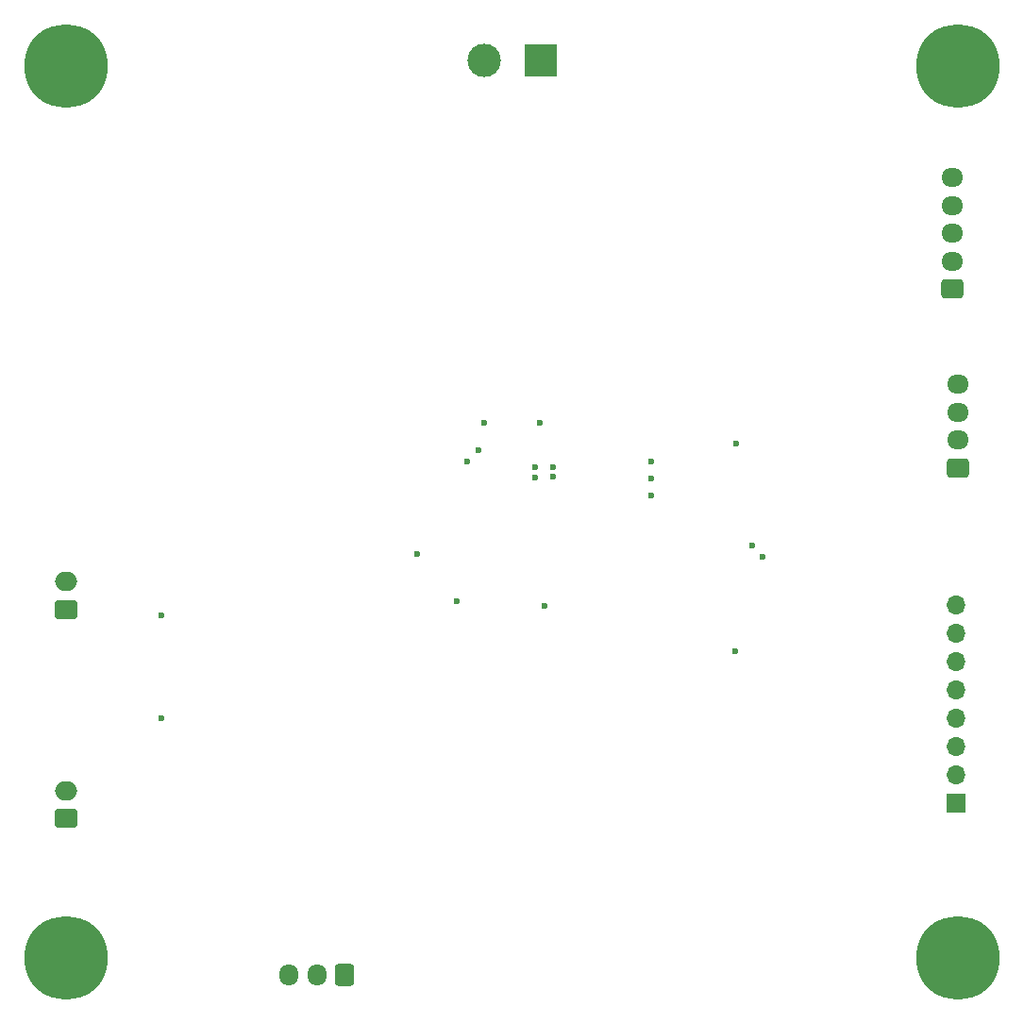
<source format=gbr>
%TF.GenerationSoftware,KiCad,Pcbnew,6.0.11-2627ca5db0~126~ubuntu22.04.1*%
%TF.CreationDate,2023-04-06T15:07:13+02:00*%
%TF.ProjectId,Subductor_carte_commande,53756264-7563-4746-9f72-5f6361727465,rev?*%
%TF.SameCoordinates,Original*%
%TF.FileFunction,Copper,L2,Inr*%
%TF.FilePolarity,Positive*%
%FSLAX46Y46*%
G04 Gerber Fmt 4.6, Leading zero omitted, Abs format (unit mm)*
G04 Created by KiCad (PCBNEW 6.0.11-2627ca5db0~126~ubuntu22.04.1) date 2023-04-06 15:07:13*
%MOMM*%
%LPD*%
G01*
G04 APERTURE LIST*
G04 Aperture macros list*
%AMRoundRect*
0 Rectangle with rounded corners*
0 $1 Rounding radius*
0 $2 $3 $4 $5 $6 $7 $8 $9 X,Y pos of 4 corners*
0 Add a 4 corners polygon primitive as box body*
4,1,4,$2,$3,$4,$5,$6,$7,$8,$9,$2,$3,0*
0 Add four circle primitives for the rounded corners*
1,1,$1+$1,$2,$3*
1,1,$1+$1,$4,$5*
1,1,$1+$1,$6,$7*
1,1,$1+$1,$8,$9*
0 Add four rect primitives between the rounded corners*
20,1,$1+$1,$2,$3,$4,$5,0*
20,1,$1+$1,$4,$5,$6,$7,0*
20,1,$1+$1,$6,$7,$8,$9,0*
20,1,$1+$1,$8,$9,$2,$3,0*%
G04 Aperture macros list end*
%TA.AperFunction,ComponentPad*%
%ADD10RoundRect,0.250000X0.600000X0.725000X-0.600000X0.725000X-0.600000X-0.725000X0.600000X-0.725000X0*%
%TD*%
%TA.AperFunction,ComponentPad*%
%ADD11O,1.700000X1.950000*%
%TD*%
%TA.AperFunction,ComponentPad*%
%ADD12RoundRect,0.250000X0.750000X-0.600000X0.750000X0.600000X-0.750000X0.600000X-0.750000X-0.600000X0*%
%TD*%
%TA.AperFunction,ComponentPad*%
%ADD13O,2.000000X1.700000*%
%TD*%
%TA.AperFunction,ComponentPad*%
%ADD14RoundRect,0.250000X0.725000X-0.600000X0.725000X0.600000X-0.725000X0.600000X-0.725000X-0.600000X0*%
%TD*%
%TA.AperFunction,ComponentPad*%
%ADD15O,1.950000X1.700000*%
%TD*%
%TA.AperFunction,ComponentPad*%
%ADD16R,3.000000X3.000000*%
%TD*%
%TA.AperFunction,ComponentPad*%
%ADD17C,3.000000*%
%TD*%
%TA.AperFunction,ComponentPad*%
%ADD18R,1.700000X1.700000*%
%TD*%
%TA.AperFunction,ComponentPad*%
%ADD19O,1.700000X1.700000*%
%TD*%
%TA.AperFunction,ComponentPad*%
%ADD20C,7.500000*%
%TD*%
%TA.AperFunction,ViaPad*%
%ADD21C,0.600000*%
%TD*%
G04 APERTURE END LIST*
D10*
%TO.N,+5V*%
%TO.C,J7*%
X60000000Y-116500000D03*
D11*
%TO.N,BUZZER*%
X57500000Y-116500000D03*
%TO.N,GND*%
X55000000Y-116500000D03*
%TD*%
D12*
%TO.N,GND*%
%TO.C,J5*%
X35000000Y-83750000D03*
D13*
%TO.N,Bouton1*%
X35000000Y-81250000D03*
%TD*%
D14*
%TO.N,GND*%
%TO.C,J2*%
X115000000Y-71050000D03*
D15*
%TO.N,+5V*%
X115000000Y-68550000D03*
%TO.N,SDA*%
X115000000Y-66050000D03*
%TO.N,SCL*%
X115000000Y-63550000D03*
%TD*%
D14*
%TO.N,GND*%
%TO.C,J3*%
X114500000Y-55000000D03*
D15*
%TO.N,+5V*%
X114500000Y-52500000D03*
%TO.N,SW*%
X114500000Y-50000000D03*
%TO.N,DT*%
X114500000Y-47500000D03*
%TO.N,CLK*%
X114500000Y-45000000D03*
%TD*%
D16*
%TO.N,GND*%
%TO.C,J1*%
X77540000Y-34500000D03*
D17*
%TO.N,+5V*%
X72460000Y-34500000D03*
%TD*%
D18*
%TO.N,+5V*%
%TO.C,J4*%
X114800000Y-101100000D03*
D19*
%TO.N,MISO*%
X114800000Y-98560000D03*
%TO.N,MOSI*%
X114800000Y-96020000D03*
%TO.N,SCK*%
X114800000Y-93480000D03*
%TO.N,RST*%
X114800000Y-90940000D03*
%TO.N,UART TX*%
X114800000Y-88400000D03*
%TO.N,UART RX*%
X114800000Y-85860000D03*
%TO.N,GND*%
X114800000Y-83320000D03*
%TD*%
D20*
%TO.N,GND*%
%TO.C,H1*%
X35000000Y-35000000D03*
%TD*%
%TO.N,GND*%
%TO.C,H4*%
X115000000Y-115000000D03*
%TD*%
D12*
%TO.N,GND*%
%TO.C,J6*%
X35000000Y-102500000D03*
D13*
%TO.N,Bouton2*%
X35000000Y-100000000D03*
%TD*%
D20*
%TO.N,GND*%
%TO.C,H3*%
X35000000Y-115000000D03*
%TD*%
%TO.N,GND*%
%TO.C,H2*%
X115000000Y-35000000D03*
%TD*%
D21*
%TO.N,+5V*%
X95000000Y-87500000D03*
%TO.N,BUZZER*%
X66500000Y-78750000D03*
%TO.N,GND*%
X77900000Y-83400000D03*
X77100000Y-71900000D03*
X77100000Y-71000000D03*
X78700000Y-71000000D03*
X78700000Y-71800000D03*
X72500000Y-67000000D03*
X77500000Y-67000000D03*
%TO.N,+5V*%
X95120000Y-68880000D03*
%TO.N,SDA*%
X97500000Y-79000000D03*
%TO.N,SCL*%
X96500000Y-78000000D03*
%TO.N,MISO*%
X70000000Y-83000000D03*
%TO.N,Bouton1*%
X43500000Y-84316250D03*
X72000000Y-69500000D03*
%TO.N,Bouton2*%
X71000000Y-70500000D03*
X43537500Y-93537500D03*
%TO.N,SW*%
X87500000Y-73500000D03*
%TO.N,DT*%
X87500000Y-72000000D03*
%TO.N,CLK*%
X87500000Y-70500000D03*
%TD*%
M02*

</source>
